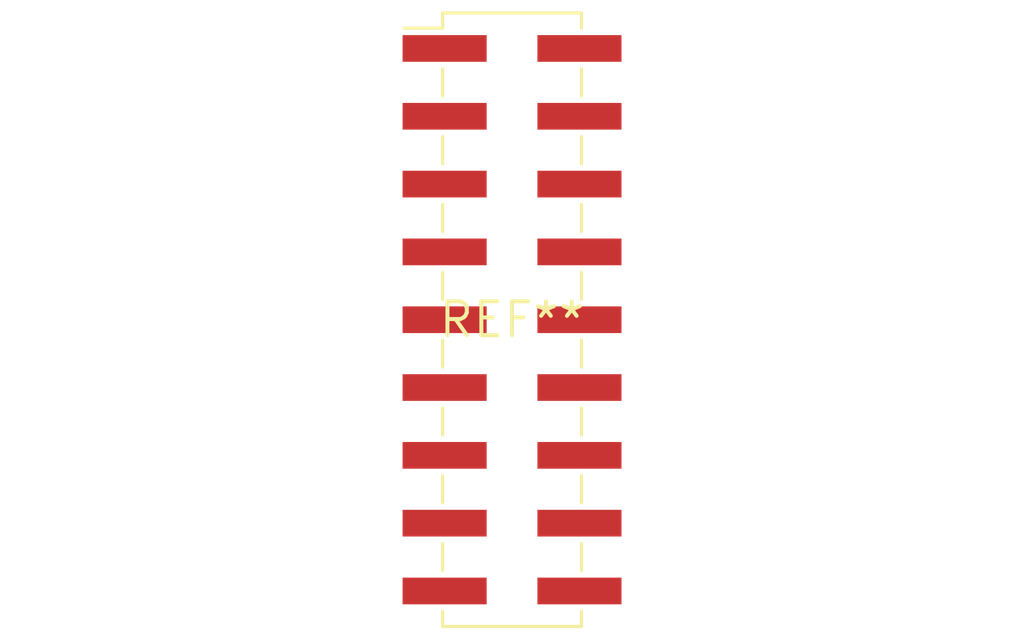
<source format=kicad_pcb>
(kicad_pcb (version 20240108) (generator pcbnew)
  (layers (0 "F.Cu" signal) (31 "B.Cu" signal) (34 "B.Paste" user) (35 "F.Paste" user) (36 "B.SilkS" user "B.Silkscreen") (37 "F.SilkS" user "F.Silkscreen") (38 "B.Mask" user) (39 "F.Mask" user) (44 "Edge.Cuts" user))
  (net 0 "")
  (footprint "PinHeader_2x09_P2.54mm_Vertical_SMD" (layer "F.Cu") (at 0 0)
    (property "Reference" "REF**")
    (property "Value" "PinHeader_2x09_P2.54mm_Vertical_SMD")
    (fp_line (start -4.04 -10.92) (end -2.6 -10.92) (layer "F.SilkS") (stroke (width 0.12)))
    (fp_line (start -2.6 -11.49) (end -2.6 -10.92) (layer "F.SilkS") (stroke (width 0.12)))
    (fp_line (start -2.6 -11.49) (end 2.6 -11.49) (layer "F.SilkS") (stroke (width 0.12)))
    (fp_line (start -2.6 -9.4) (end -2.6 -8.38) (layer "F.SilkS") (stroke (width 0.12)))
    (fp_line (start -2.6 -6.86) (end -2.6 -5.84) (layer "F.SilkS") (stroke (width 0.12)))
    (fp_line (start -2.6 -4.32) (end -2.6 -3.3) (layer "F.SilkS") (stroke (width 0.12)))
    (fp_line (start -2.6 -1.78) (end -2.6 -0.76) (layer "F.SilkS") (stroke (width 0.12)))
    (fp_line (start -2.6 0.76) (end -2.6 1.78) (layer "F.SilkS") (stroke (width 0.12)))
    (fp_line (start -2.6 3.3) (end -2.6 4.32) (layer "F.SilkS") (stroke (width 0.12)))
    (fp_line (start -2.6 5.84) (end -2.6 6.86) (layer "F.SilkS") (stroke (width 0.12)))
    (fp_line (start -2.6 8.38) (end -2.6 9.4) (layer "F.SilkS") (stroke (width 0.12)))
    (fp_line (start -2.6 10.92) (end -2.6 11.49) (layer "F.SilkS") (stroke (width 0.12)))
    (fp_line (start -2.6 11.49) (end 2.6 11.49) (layer "F.SilkS") (stroke (width 0.12)))
    (fp_line (start 2.6 -11.49) (end 2.6 -10.92) (layer "F.SilkS") (stroke (width 0.12)))
    (fp_line (start 2.6 -9.4) (end 2.6 -8.38) (layer "F.SilkS") (stroke (width 0.12)))
    (fp_line (start 2.6 -6.86) (end 2.6 -5.84) (layer "F.SilkS") (stroke (width 0.12)))
    (fp_line (start 2.6 -4.32) (end 2.6 -3.3) (layer "F.SilkS") (stroke (width 0.12)))
    (fp_line (start 2.6 -1.78) (end 2.6 -0.76) (layer "F.SilkS") (stroke (width 0.12)))
    (fp_line (start 2.6 0.76) (end 2.6 1.78) (layer "F.SilkS") (stroke (width 0.12)))
    (fp_line (start 2.6 3.3) (end 2.6 4.32) (layer "F.SilkS") (stroke (width 0.12)))
    (fp_line (start 2.6 5.84) (end 2.6 6.86) (layer "F.SilkS") (stroke (width 0.12)))
    (fp_line (start 2.6 8.38) (end 2.6 9.4) (layer "F.SilkS") (stroke (width 0.12)))
    (fp_line (start 2.6 10.92) (end 2.6 11.49) (layer "F.SilkS") (stroke (width 0.12)))
    (pad "1" smd rect (at -2.525 -10.16) (size 3.15 1) (layers "F.Cu" "F.Paste" "F.Mask"))
    (pad "2" smd rect (at 2.525 -10.16) (size 3.15 1) (layers "F.Cu" "F.Paste" "F.Mask"))
    (pad "3" smd rect (at -2.525 -7.62) (size 3.15 1) (layers "F.Cu" "F.Paste" "F.Mask"))
    (pad "4" smd rect (at 2.525 -7.62) (size 3.15 1) (layers "F.Cu" "F.Paste" "F.Mask"))
    (pad "5" smd rect (at -2.525 -5.08) (size 3.15 1) (layers "F.Cu" "F.Paste" "F.Mask"))
    (pad "6" smd rect (at 2.525 -5.08) (size 3.15 1) (layers "F.Cu" "F.Paste" "F.Mask"))
    (pad "7" smd rect (at -2.525 -2.54) (size 3.15 1) (layers "F.Cu" "F.Paste" "F.Mask"))
    (pad "8" smd rect (at 2.525 -2.54) (size 3.15 1) (layers "F.Cu" "F.Paste" "F.Mask"))
    (pad "9" smd rect (at -2.525 0) (size 3.15 1) (layers "F.Cu" "F.Paste" "F.Mask"))
    (pad "10" smd rect (at 2.525 0) (size 3.15 1) (layers "F.Cu" "F.Paste" "F.Mask"))
    (pad "11" smd rect (at -2.525 2.54) (size 3.15 1) (layers "F.Cu" "F.Paste" "F.Mask"))
    (pad "12" smd rect (at 2.525 2.54) (size 3.15 1) (layers "F.Cu" "F.Paste" "F.Mask"))
    (pad "13" smd rect (at -2.525 5.08) (size 3.15 1) (layers "F.Cu" "F.Paste" "F.Mask"))
    (pad "14" smd rect (at 2.525 5.08) (size 3.15 1) (layers "F.Cu" "F.Paste" "F.Mask"))
    (pad "15" smd rect (at -2.525 7.62) (size 3.15 1) (layers "F.Cu" "F.Paste" "F.Mask"))
    (pad "16" smd rect (at 2.525 7.62) (size 3.15 1) (layers "F.Cu" "F.Paste" "F.Mask"))
    (pad "17" smd rect (at -2.525 10.16) (size 3.15 1) (layers "F.Cu" "F.Paste" "F.Mask"))
    (pad "18" smd rect (at 2.525 10.16) (size 3.15 1) (layers "F.Cu" "F.Paste" "F.Mask"))
  )
)
</source>
